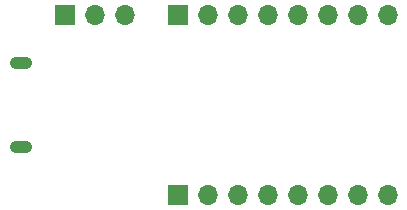
<source format=gbr>
G04 #@! TF.GenerationSoftware,KiCad,Pcbnew,(5.0.1)-3*
G04 #@! TF.CreationDate,2019-07-27T12:32:00+01:00*
G04 #@! TF.ProjectId,UsbToSerial,557362546F53657269616C2E6B696361,rev?*
G04 #@! TF.SameCoordinates,Original*
G04 #@! TF.FileFunction,Copper,L2,Bot,Signal*
G04 #@! TF.FilePolarity,Positive*
%FSLAX46Y46*%
G04 Gerber Fmt 4.6, Leading zero omitted, Abs format (unit mm)*
G04 Created by KiCad (PCBNEW (5.0.1)-3) date 27/07/2019 12:32:00*
%MOMM*%
%LPD*%
G01*
G04 APERTURE LIST*
G04 #@! TA.AperFunction,ComponentPad*
%ADD10O,1.900000X1.050000*%
G04 #@! TD*
G04 #@! TA.AperFunction,ComponentPad*
%ADD11R,1.700000X1.700000*%
G04 #@! TD*
G04 #@! TA.AperFunction,ComponentPad*
%ADD12O,1.700000X1.700000*%
G04 #@! TD*
G04 APERTURE END LIST*
D10*
G04 #@! TO.P,J1,6*
G04 #@! TO.N,Net-(J1-Pad6)*
X79445000Y-76435000D03*
X79445000Y-83585000D03*
G04 #@! TD*
D11*
G04 #@! TO.P,JP1,1*
G04 #@! TO.N,+5V*
X83185000Y-72390000D03*
D12*
G04 #@! TO.P,JP1,2*
G04 #@! TO.N,PWR*
X85725000Y-72390000D03*
G04 #@! TO.P,JP1,3*
G04 #@! TO.N,+3V3*
X88265000Y-72390000D03*
G04 #@! TD*
G04 #@! TO.P,J2,8*
G04 #@! TO.N,RXI*
X110490000Y-87630000D03*
G04 #@! TO.P,J2,7*
G04 #@! TO.N,TX0*
X107950000Y-87630000D03*
G04 #@! TO.P,J2,6*
G04 #@! TO.N,DTR*
X105410000Y-87630000D03*
G04 #@! TO.P,J2,5*
G04 #@! TO.N,RTS*
X102870000Y-87630000D03*
G04 #@! TO.P,J2,4*
G04 #@! TO.N,Net-(J2-Pad4)*
X100330000Y-87630000D03*
G04 #@! TO.P,J2,3*
G04 #@! TO.N,GNDREF*
X97790000Y-87630000D03*
G04 #@! TO.P,J2,2*
G04 #@! TO.N,PWR*
X95250000Y-87630000D03*
D11*
G04 #@! TO.P,J2,1*
G04 #@! TO.N,GNDREF*
X92710000Y-87630000D03*
G04 #@! TD*
G04 #@! TO.P,J3,1*
G04 #@! TO.N,CTS*
X92710000Y-72390000D03*
D12*
G04 #@! TO.P,J3,2*
G04 #@! TO.N,DCD*
X95250000Y-72390000D03*
G04 #@! TO.P,J3,3*
G04 #@! TO.N,DCR*
X97790000Y-72390000D03*
G04 #@! TO.P,J3,4*
G04 #@! TO.N,RI*
X100330000Y-72390000D03*
G04 #@! TO.P,J3,5*
G04 #@! TO.N,RXI*
X102870000Y-72390000D03*
G04 #@! TO.P,J3,6*
G04 #@! TO.N,PWR*
X105410000Y-72390000D03*
G04 #@! TO.P,J3,7*
G04 #@! TO.N,TX0*
X107950000Y-72390000D03*
G04 #@! TO.P,J3,8*
G04 #@! TO.N,GNDREF*
X110490000Y-72390000D03*
G04 #@! TD*
M02*

</source>
